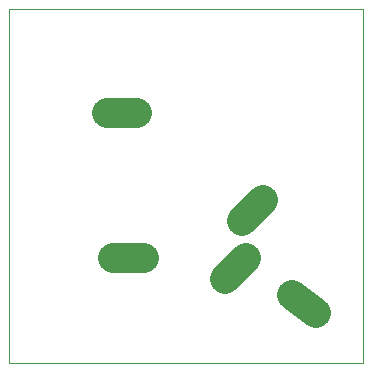
<source format=gbl>
G75*
G70*
%OFA0B0*%
%FSLAX24Y24*%
%IPPOS*%
%LPD*%
%AMOC8*
5,1,8,0,0,1.08239X$1,22.5*
%
%ADD10C,0.0000*%
%ADD11C,0.1005*%
D10*
X000101Y000726D02*
X000101Y012537D01*
X011912Y012537D01*
X011912Y000726D01*
X000101Y000726D01*
D11*
X003586Y004246D02*
X004591Y004246D01*
X007305Y003520D02*
X008015Y004231D01*
X007856Y005449D02*
X008566Y006160D01*
X009532Y002982D02*
X010355Y002406D01*
X004388Y009067D02*
X003383Y009067D01*
M02*

</source>
